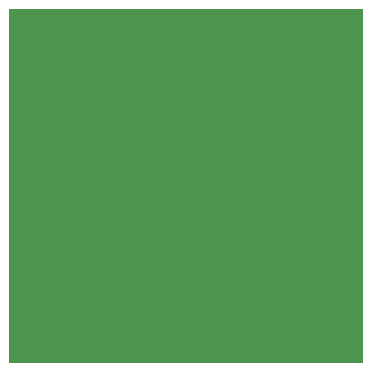
<source format=gbr>
G04 EAGLE Gerber RS-274X export*
G75*
%MOMM*%
%FSLAX34Y34*%
%LPD*%
%IN*%
%IPPOS*%
%AMOC8*
5,1,8,0,0,1.08239X$1,22.5*%
G01*
%ADD10R,30.000000X30.000000*%


D10*
X0Y0D03*
M02*

</source>
